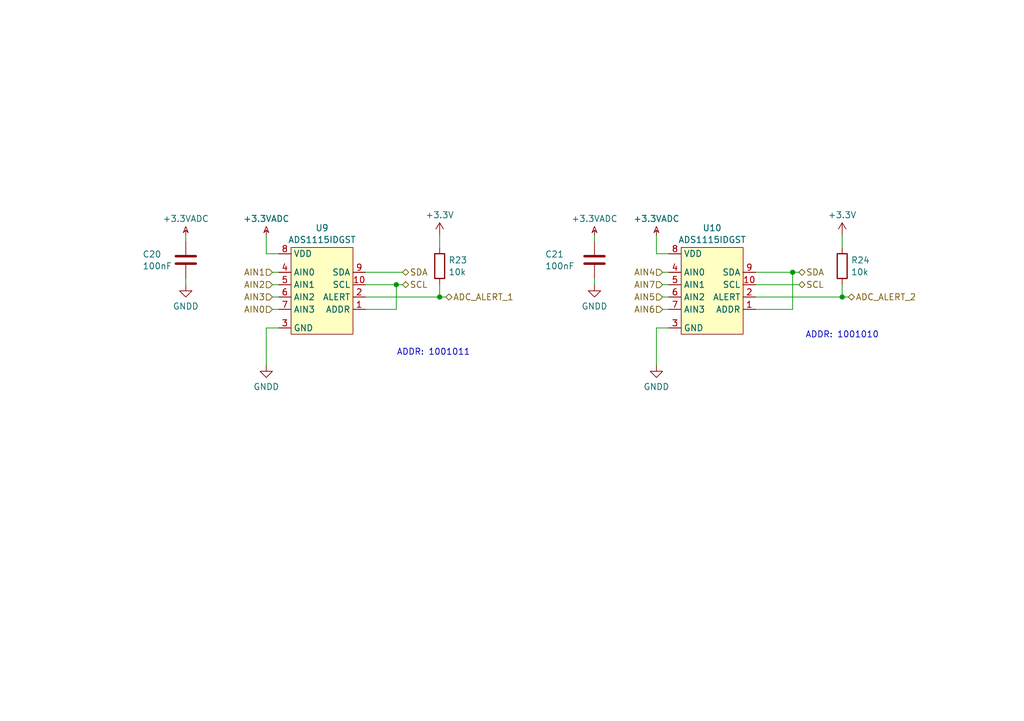
<source format=kicad_sch>
(kicad_sch (version 20231120) (generator "eeschema") (generator_version "8.0")
  (paper "A5")
  (lib_symbols
    (symbol "0.power-symbols:+3.3V" (power) (pin_names (offset 0))
      (property "Value" "+3.3V" (at 0 3.556 0))
      (symbol "+3.3V_0_1"
        (polyline (pts (xy -0.762 1.27) (xy 0 2.54)))
        (polyline (pts (xy 0 0) (xy 0 2.54)))
        (polyline (pts (xy 0 2.54) (xy 0.762 1.27)))
      )
      (symbol "+3.3V_1_1"
        (pin power_in line (at 0 0 90) (length 0) hide (name "+3V3") (number "1"))
      )
    )
    (symbol "0.power-symbols:+3.3VADC" (power) (pin_names (offset 0))
      (property "Value" "+3.3VADC" (at 0 2.54 0))
      (symbol "+3.3VADC_0_0"
        (pin power_in line (at 0 0 90) (length 0) hide (name "+3.3VADC") (number "1"))
      )
      (symbol "+3.3VADC_0_1"
        (polyline (pts (xy 0 0) (xy 0 1.016) (xy 0 1.016)))
        (polyline (pts (xy 0 1.016) (xy 0.508 0.508) (xy 0 1.778) (xy -0.508 0.508) (xy 0 1.016) (xy 0 1.016)))
      )
    )
    (symbol "0.power-symbols:GNDD" (power) (pin_names (offset 0))
      (property "Value" "GNDD" (at 0 -3.81 0))
      (symbol "GNDD_0_1"
        (polyline (pts (xy 0 0) (xy 0 -1.27) (xy 1.27 -1.27) (xy 0 -2.54) (xy -1.27 -1.27) (xy 0 -1.27)))
      )
      (symbol "GNDD_1_1"
        (pin power_in line (at 0 0 270) (length 0) hide (name "GNDD") (number "1"))
      )
    )
    (symbol "1.semi.ic.dataAcquisition:ADS1115IDGST"
      (property "Reference" "U" (at 0 3.81 0))
      (property "Value" "ADS1115IDGST" (at 0 1.27 0))
      (symbol "ADS1115IDGST_1_1"
        (rectangle (start -6.35 0) (end 6.35 -17.78) (fill (type background)))
        (pin bidirectional line (at 8.89 -12.7 180) (length 2.54) (name "ADDR") (number "1"))
        (pin bidirectional line (at 8.89 -7.62 180) (length 2.54) (name "SCL") (number "10"))
        (pin output line (at 8.89 -10.16 180) (length 2.54) (name "ALERT") (number "2"))
        (pin power_in line (at -8.89 -16.51 0) (length 2.54) (name "GND") (number "3"))
        (pin input line (at -8.89 -5.08 0) (length 2.54) (name "AIN0") (number "4"))
        (pin input line (at -8.89 -7.62 0) (length 2.54) (name "AIN1") (number "5"))
        (pin input line (at -8.89 -10.16 0) (length 2.54) (name "AIN2") (number "6"))
        (pin input line (at -8.89 -12.7 0) (length 2.54) (name "AIN3") (number "7"))
        (pin power_in line (at -8.89 -1.27 0) (length 2.54) (name "VDD") (number "8"))
        (pin bidirectional line (at 8.89 -5.08 180) (length 2.54) (name "SDA") (number "9"))
      )
    )
    (symbol "2.passive:C" (pin_numbers hide) (pin_names (offset 0.254))
      (property "Reference" "C" (at 0.635 2.54 0))
      (property "Value" "C" (at 0.635 -2.54 0))
      (symbol "C_0_1"
        (polyline (pts (xy -2.032 -0.762) (xy 2.032 -0.762)) (stroke (width 0.508)))
        (polyline (pts (xy -2.032 0.762) (xy 2.032 0.762)) (stroke (width 0.508)))
      )
      (symbol "C_1_1"
        (pin passive line (at 0 3.81 270) (length 2.794) (name "~") (number "1"))
        (pin passive line (at 0 -3.81 90) (length 2.794) (name "~") (number "2"))
      )
    )
    (symbol "2.passive:R" (pin_numbers hide) (pin_names (offset 0))
      (property "Reference" "R" (at 2.032 0 90))
      (property "Value" "R" (at 0 0 90))
      (symbol "R_0_1"
        (rectangle (start -1.016 -2.54) (end 1.016 2.54) (stroke (width 0.254)))
      )
      (symbol "R_1_1"
        (pin passive line (at 0 3.81 270) (length 1.27) (name "~") (number "1"))
        (pin passive line (at 0 -3.81 90) (length 1.27) (name "~") (number "2"))
      )
    )
    (symbol "ADS1115IDGST_1"
      (property "Reference" "U" (at 0 3.81 0))
      (property "Value" "ADS1115IDGST" (at 0 1.27 0))
      (symbol "ADS1115IDGST_1_1_1"
        (rectangle (start -6.35 0) (end 6.35 -17.78) (fill (type background)))
        (pin passive line (at 8.89 -12.7 180) (length 2.54) (name "ADDR") (number "1"))
        (pin bidirectional line (at 8.89 -7.62 180) (length 2.54) (name "SCL") (number "10"))
        (pin output line (at 8.89 -10.16 180) (length 2.54) (name "ALERT") (number "2"))
        (pin power_in line (at -8.89 -16.51 0) (length 2.54) (name "GND") (number "3"))
        (pin input line (at -8.89 -5.08 0) (length 2.54) (name "AIN0") (number "4"))
        (pin input line (at -8.89 -7.62 0) (length 2.54) (name "AIN1") (number "5"))
        (pin input line (at -8.89 -10.16 0) (length 2.54) (name "AIN2") (number "6"))
        (pin input line (at -8.89 -12.7 0) (length 2.54) (name "AIN3") (number "7"))
        (pin power_in line (at -8.89 -1.27 0) (length 2.54) (name "VDD") (number "8"))
        (pin bidirectional line (at 8.89 -5.08 180) (length 2.54) (name "SDA") (number "9"))
      )
    )
  )
  (junction (at 81.28 58.42))
  (junction (at 162.56 55.88))
  (junction (at 90.17 60.96))
  (junction (at 172.72 60.96))
  (wire (pts (xy 163.83 55.88) (xy 162.56 55.88)))
  (wire (pts (xy 81.28 63.5) (xy 81.28 58.42)))
  (wire (pts (xy 90.17 60.96) (xy 91.44 60.96)))
  (wire (pts (xy 54.61 67.31) (xy 57.15 67.31)))
  (wire (pts (xy 74.93 63.5) (xy 81.28 63.5)))
  (wire (pts (xy 154.94 60.96) (xy 172.72 60.96)))
  (wire (pts (xy 54.61 74.93) (xy 54.61 67.31)))
  (wire (pts (xy 134.62 52.07) (xy 137.16 52.07)))
  (wire (pts (xy 134.62 74.93) (xy 134.62 67.31)))
  (wire (pts (xy 154.94 63.5) (xy 162.56 63.5)))
  (wire (pts (xy 81.28 58.42) (xy 82.55 58.42)))
  (wire (pts (xy 38.1 57.15) (xy 38.1 58.42)))
  (wire (pts (xy 90.17 58.42) (xy 90.17 60.96)))
  (wire (pts (xy 74.93 58.42) (xy 81.28 58.42)))
  (wire (pts (xy 55.88 60.96) (xy 57.15 60.96)))
  (wire (pts (xy 172.72 60.96) (xy 173.99 60.96)))
  (wire (pts (xy 154.94 58.42) (xy 163.83 58.42)))
  (wire (pts (xy 134.62 48.26) (xy 134.62 52.07)))
  (wire (pts (xy 121.92 57.15) (xy 121.92 58.42)))
  (wire (pts (xy 162.56 63.5) (xy 162.56 55.88)))
  (wire (pts (xy 74.93 55.88) (xy 82.55 55.88)))
  (wire (pts (xy 54.61 48.26) (xy 54.61 52.07)))
  (wire (pts (xy 172.72 58.42) (xy 172.72 60.96)))
  (wire (pts (xy 172.72 48.26) (xy 172.72 50.8)))
  (wire (pts (xy 121.92 48.26) (xy 121.92 49.53)))
  (wire (pts (xy 74.93 60.96) (xy 90.17 60.96)))
  (wire (pts (xy 38.1 48.26) (xy 38.1 49.53)))
  (wire (pts (xy 135.89 58.42) (xy 137.16 58.42)))
  (wire (pts (xy 135.89 60.96) (xy 137.16 60.96)))
  (wire (pts (xy 135.89 63.5) (xy 137.16 63.5)))
  (wire (pts (xy 134.62 67.31) (xy 137.16 67.31)))
  (wire (pts (xy 55.88 55.88) (xy 57.15 55.88)))
  (wire (pts (xy 55.88 58.42) (xy 57.15 58.42)))
  (wire (pts (xy 90.17 48.26) (xy 90.17 50.8)))
  (wire (pts (xy 154.94 55.88) (xy 162.56 55.88)))
  (wire (pts (xy 135.89 55.88) (xy 137.16 55.88)))
  (wire (pts (xy 54.61 52.07) (xy 57.15 52.07)))
  (wire (pts (xy 55.88 63.5) (xy 57.15 63.5)))
  (text "ADDR: 1001010\n\n" (at 172.72 69.85 0) (effects (font (size 1.27 1.27))))
  (text "ADDR: 1001011\n" (at 88.9 72.39 0) (effects (font (size 1.27 1.27))))
  (hierarchical_label "SCL" (shape bidirectional) (at 163.83 58.42 0))
  (hierarchical_label "ADC_ALERT_2" (shape bidirectional) (at 173.99 60.96 0))
  (hierarchical_label "AIN0" (shape input) (at 55.88 63.5 180))
  (hierarchical_label "AIN4" (shape input) (at 135.89 55.88 180))
  (hierarchical_label "AIN3" (shape input) (at 55.88 60.96 180))
  (hierarchical_label "AIN5" (shape input) (at 135.89 60.96 180))
  (hierarchical_label "SDA" (shape bidirectional) (at 82.55 55.88 0))
  (hierarchical_label "AIN7" (shape input) (at 135.89 58.42 180))
  (hierarchical_label "SCL" (shape bidirectional) (at 82.55 58.42 0))
  (hierarchical_label "ADC_ALERT_1" (shape bidirectional) (at 91.44 60.96 0))
  (hierarchical_label "SDA" (shape bidirectional) (at 163.83 55.88 0))
  (hierarchical_label "AIN2" (shape input) (at 55.88 58.42 180))
  (hierarchical_label "AIN1" (shape input) (at 55.88 55.88 180))
  (hierarchical_label "AIN6" (shape input) (at 135.89 63.5 180))
  (symbol (lib_id "0.power-symbols:+3.3V") (at 172.72 48.26 0) (unit 1)
    (property "Reference" "#PWR063" (effects (hide yes)))
    (property "Value" "+3.3V" (at 172.72 44.1269 0))
  )
  (symbol (lib_id "0.power-symbols:+3.3VADC") (at 134.62 48.26 0) (unit 1)
    (property "Reference" "#PWR060" (effects (hide yes)))
    (property "Value" "+3.3VADC" (at 134.62 44.8889 0))
  )
  (symbol (lib_id "0.power-symbols:+3.3V") (at 90.17 48.26 0) (unit 1)
    (property "Reference" "#PWR055" (effects (hide yes)))
    (property "Value" "+3.3V" (at 90.17 44.1269 0))
  )
  (symbol (lib_id "2.passive:R") (at 172.72 54.61 0) (unit 1)
    (property "Reference" "R24" (at 174.498 53.3978 0) (effects (justify left)))
    (property "Value" "10k" (at 174.498 55.8221 0) (effects (justify left)))
    (property "Footprint" "2_Passives_Resistors_SMD_IPC:R_1608_603_B" (effects (hide yes)))
    (property "Description" "Resistor" (effects (hide yes)))
    (property "PN" "1,2" (effects (hide yes)))
  )
  (symbol (lib_id "0.power-symbols:GNDD") (at 38.1 58.42 0) (unit 1)
    (property "Reference" "#PWR059" (effects (hide yes)))
    (property "Value" "GNDD" (at 38.1 62.8634 0))
  )
  (symbol (lib_id "0.power-symbols:GNDD") (at 121.92 58.42 0) (unit 1)
    (property "Reference" "#PWR064" (effects (hide yes)))
    (property "Value" "GNDD" (at 121.92 62.8634 0))
  )
  (symbol (lib_id "0.power-symbols:+3.3VADC") (at 38.1 48.26 0) (unit 1)
    (property "Reference" "#PWR062" (effects (hide yes)))
    (property "Value" "+3.3VADC" (at 38.1 44.8889 0))
  )
  (symbol (lib_id "0.power-symbols:+3.3VADC") (at 54.61 48.26 0) (unit 1)
    (property "Reference" "#PWR056" (effects (hide yes)))
    (property "Value" "+3.3VADC" (at 54.61 44.8889 0))
  )
  (symbol (lib_name "ADS1115IDGST_1") (lib_id "1.semi.ic.dataAcquisition:ADS1115IDGST") (at 146.05 50.8 0) (unit 1)
    (property "Reference" "U10" (at 146.05 46.7825 0))
    (property "Value" "ADS1115IDGST" (at 146.05 49.2068 0))
    (property "Footprint" "1_Semi_QFN:VSSOP-10_3x3mm_P0.5mm" (effects (hide yes)))
    (property "PN" "4,15" (effects (hide yes)))
  )
  (symbol (lib_id "0.power-symbols:GNDD") (at 54.61 74.93 0) (unit 1)
    (property "Reference" "#PWR054" (effects (hide yes)))
    (property "Value" "GNDD" (at 54.61 79.3734 0))
  )
  (symbol (lib_id "0.power-symbols:+3.3VADC") (at 121.92 48.26 0) (unit 1)
    (property "Reference" "#PWR085" (effects (hide yes)))
    (property "Value" "+3.3VADC" (at 121.92 44.8889 0))
  )
  (symbol (lib_id "0.power-symbols:GNDD") (at 134.62 74.93 0) (unit 1)
    (property "Reference" "#PWR061" (effects (hide yes)))
    (property "Value" "GNDD" (at 134.62 79.3734 0))
  )
  (symbol (lib_id "2.passive:R") (at 90.17 54.61 0) (unit 1)
    (property "Reference" "R23" (at 91.948 53.3978 0) (effects (justify left)))
    (property "Value" "10k" (at 91.948 55.8221 0) (effects (justify left)))
    (property "Footprint" "2_Passives_Resistors_SMD_IPC:R_1608_603_B" (effects (hide yes)))
    (property "Description" "Resistor" (effects (hide yes)))
    (property "PN" "1,2" (effects (hide yes)))
  )
  (symbol (lib_id "1.semi.ic.dataAcquisition:ADS1115IDGST") (at 66.04 50.8 0) (unit 1)
    (property "Reference" "U9" (at 66.04 46.7825 0))
    (property "Value" "ADS1115IDGST" (at 66.04 49.2068 0))
    (property "Footprint" "1_Semi_QFN:VSSOP-10_3x3mm_P0.5mm" (effects (hide yes)))
    (property "PN" "4,15" (effects (hide yes)))
  )
  (symbol (lib_id "2.passive:C") (at 38.1 53.34 0) (unit 1)
    (property "Reference" "C20" (at 29.21 52.1857 0) (effects (justify left)))
    (property "Value" "100nF" (at 29.21 54.61 0) (effects (justify left)))
    (property "Footprint" "2_Passives_Capacitors_SMD_IPC:C_1608_603_B" (effects (hide yes)))
    (property "Description" "Unpolarized capacitor" (effects (hide yes)))
    (property "PN" "2,10" (effects (hide yes)))
  )
  (symbol (lib_id "2.passive:C") (at 121.92 53.34 0) (unit 1)
    (property "Reference" "C21" (at 111.76 52.1857 0) (effects (justify left)))
    (property "Value" "100nF" (at 111.76 54.61 0) (effects (justify left)))
    (property "Footprint" "2_Passives_Capacitors_SMD_IPC:C_1608_603_B" (effects (hide yes)))
    (property "Description" "Unpolarized capacitor" (effects (hide yes)))
    (property "PN" "2,10" (effects (hide yes)))
  )
)
</source>
